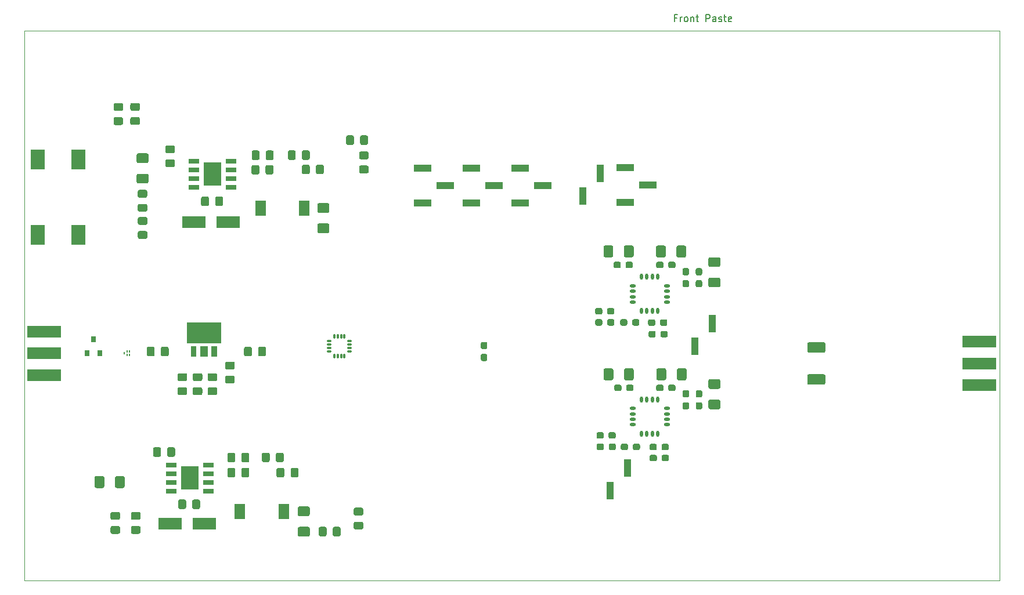
<source format=gbr>
G04 #@! TF.GenerationSoftware,KiCad,Pcbnew,(5.1.6)-1*
G04 #@! TF.CreationDate,2020-09-08T15:56:58+05:30*
G04 #@! TF.ProjectId,rj-2-4ghz-filter-amp,726a2d32-2d34-4676-987a-2d66696c7465,rev?*
G04 #@! TF.SameCoordinates,Original*
G04 #@! TF.FileFunction,Paste,Top*
G04 #@! TF.FilePolarity,Positive*
%FSLAX46Y46*%
G04 Gerber Fmt 4.6, Leading zero omitted, Abs format (unit mm)*
G04 Created by KiCad (PCBNEW (5.1.6)-1) date 2020-09-08 15:56:58*
%MOMM*%
%LPD*%
G01*
G04 APERTURE LIST*
%ADD10C,0.150000*%
G04 #@! TA.AperFunction,Profile*
%ADD11C,0.050000*%
G04 #@! TD*
%ADD12R,2.560000X3.450000*%
%ADD13R,1.525000X0.700000*%
%ADD14R,1.000000X2.510000*%
%ADD15R,2.510000X1.000000*%
%ADD16R,2.000000X3.000000*%
%ADD17R,1.500000X2.200000*%
%ADD18R,3.500000X1.800000*%
%ADD19C,0.100000*%
%ADD20O,0.500000X0.900000*%
%ADD21O,0.900000X0.500000*%
%ADD22O,0.300000X0.700000*%
%ADD23O,0.700000X0.300000*%
%ADD24R,0.800000X0.900000*%
%ADD25R,5.000000X1.778000*%
%ADD26R,0.230000X0.300000*%
G04 APERTURE END LIST*
D10*
X186301856Y-41396611D02*
X185968522Y-41396611D01*
X185968522Y-41920420D02*
X185968522Y-40920420D01*
X186444713Y-40920420D01*
X186825665Y-41920420D02*
X186825665Y-41253754D01*
X186825665Y-41444230D02*
X186873284Y-41348992D01*
X186920903Y-41301373D01*
X187016141Y-41253754D01*
X187111380Y-41253754D01*
X187587570Y-41920420D02*
X187492332Y-41872801D01*
X187444713Y-41825182D01*
X187397094Y-41729944D01*
X187397094Y-41444230D01*
X187444713Y-41348992D01*
X187492332Y-41301373D01*
X187587570Y-41253754D01*
X187730427Y-41253754D01*
X187825665Y-41301373D01*
X187873284Y-41348992D01*
X187920903Y-41444230D01*
X187920903Y-41729944D01*
X187873284Y-41825182D01*
X187825665Y-41872801D01*
X187730427Y-41920420D01*
X187587570Y-41920420D01*
X188349475Y-41253754D02*
X188349475Y-41920420D01*
X188349475Y-41348992D02*
X188397094Y-41301373D01*
X188492332Y-41253754D01*
X188635189Y-41253754D01*
X188730427Y-41301373D01*
X188778046Y-41396611D01*
X188778046Y-41920420D01*
X189111380Y-41253754D02*
X189492332Y-41253754D01*
X189254237Y-40920420D02*
X189254237Y-41777563D01*
X189301856Y-41872801D01*
X189397094Y-41920420D01*
X189492332Y-41920420D01*
X190587570Y-41920420D02*
X190587570Y-40920420D01*
X190968522Y-40920420D01*
X191063760Y-40968040D01*
X191111380Y-41015659D01*
X191158999Y-41110897D01*
X191158999Y-41253754D01*
X191111380Y-41348992D01*
X191063760Y-41396611D01*
X190968522Y-41444230D01*
X190587570Y-41444230D01*
X192016141Y-41920420D02*
X192016141Y-41396611D01*
X191968522Y-41301373D01*
X191873284Y-41253754D01*
X191682808Y-41253754D01*
X191587570Y-41301373D01*
X192016141Y-41872801D02*
X191920903Y-41920420D01*
X191682808Y-41920420D01*
X191587570Y-41872801D01*
X191539951Y-41777563D01*
X191539951Y-41682325D01*
X191587570Y-41587087D01*
X191682808Y-41539468D01*
X191920903Y-41539468D01*
X192016141Y-41491849D01*
X192444713Y-41872801D02*
X192539951Y-41920420D01*
X192730427Y-41920420D01*
X192825665Y-41872801D01*
X192873284Y-41777563D01*
X192873284Y-41729944D01*
X192825665Y-41634706D01*
X192730427Y-41587087D01*
X192587570Y-41587087D01*
X192492332Y-41539468D01*
X192444713Y-41444230D01*
X192444713Y-41396611D01*
X192492332Y-41301373D01*
X192587570Y-41253754D01*
X192730427Y-41253754D01*
X192825665Y-41301373D01*
X193158999Y-41253754D02*
X193539951Y-41253754D01*
X193301856Y-40920420D02*
X193301856Y-41777563D01*
X193349475Y-41872801D01*
X193444713Y-41920420D01*
X193539951Y-41920420D01*
X194254237Y-41872801D02*
X194158999Y-41920420D01*
X193968522Y-41920420D01*
X193873284Y-41872801D01*
X193825665Y-41777563D01*
X193825665Y-41396611D01*
X193873284Y-41301373D01*
X193968522Y-41253754D01*
X194158999Y-41253754D01*
X194254237Y-41301373D01*
X194301856Y-41396611D01*
X194301856Y-41491849D01*
X193825665Y-41587087D01*
D11*
X233400600Y-43286680D02*
X91183460Y-43286680D01*
X91183460Y-43286680D02*
X91183460Y-123548140D01*
X233400600Y-123548140D02*
X233400600Y-43286680D01*
X91183460Y-123548140D02*
X233400600Y-123548140D01*
G36*
G01*
X207742481Y-90264571D02*
X205592479Y-90264571D01*
G75*
G02*
X205342480Y-90014572I0J249999D01*
G01*
X205342480Y-88989570D01*
G75*
G02*
X205592479Y-88739571I249999J0D01*
G01*
X207742481Y-88739571D01*
G75*
G02*
X207992480Y-88989570I0J-249999D01*
G01*
X207992480Y-90014572D01*
G75*
G02*
X207742481Y-90264571I-249999J0D01*
G01*
G37*
G36*
G01*
X207742481Y-94939571D02*
X205592479Y-94939571D01*
G75*
G02*
X205342480Y-94689572I0J249999D01*
G01*
X205342480Y-93664570D01*
G75*
G02*
X205592479Y-93414571I249999J0D01*
G01*
X207742481Y-93414571D01*
G75*
G02*
X207992480Y-93664570I0J-249999D01*
G01*
X207992480Y-94689572D01*
G75*
G02*
X207742481Y-94939571I-249999J0D01*
G01*
G37*
D12*
X115305840Y-108569760D03*
D13*
X112593840Y-110474760D03*
X112593840Y-109204760D03*
X112593840Y-107934760D03*
X112593840Y-106664760D03*
X118017840Y-106664760D03*
X118017840Y-107934760D03*
X118017840Y-109204760D03*
X118017840Y-110474760D03*
D12*
X118579900Y-64185800D03*
D13*
X115867900Y-66090800D03*
X115867900Y-64820800D03*
X115867900Y-63550800D03*
X115867900Y-62280800D03*
X121291900Y-62280800D03*
X121291900Y-63550800D03*
X121291900Y-64820800D03*
X121291900Y-66090800D03*
D14*
X179151280Y-107091100D03*
X176611280Y-110401100D03*
X191457580Y-86038500D03*
X188917580Y-89348500D03*
X172603160Y-67428300D03*
X175143160Y-64118300D03*
D15*
X178784060Y-63258700D03*
X178784060Y-68338700D03*
X182094060Y-65798700D03*
X163429760Y-63309500D03*
X163429760Y-68389500D03*
X166739760Y-65849500D03*
X156381260Y-63309500D03*
X156381260Y-68389500D03*
X159691260Y-65849500D03*
X149269260Y-63309500D03*
X149269260Y-68389500D03*
X152579260Y-65849500D03*
D16*
X93062800Y-62051300D03*
X99062800Y-62051300D03*
X99062800Y-73051300D03*
X93062800Y-73051300D03*
G36*
G01*
X137283460Y-115940579D02*
X137283460Y-116840581D01*
G75*
G02*
X137033461Y-117090580I-249999J0D01*
G01*
X136383459Y-117090580D01*
G75*
G02*
X136133460Y-116840581I0J249999D01*
G01*
X136133460Y-115940579D01*
G75*
G02*
X136383459Y-115690580I249999J0D01*
G01*
X137033461Y-115690580D01*
G75*
G02*
X137283460Y-115940579I0J-249999D01*
G01*
G37*
G36*
G01*
X135233460Y-115940579D02*
X135233460Y-116840581D01*
G75*
G02*
X134983461Y-117090580I-249999J0D01*
G01*
X134333459Y-117090580D01*
G75*
G02*
X134083460Y-116840581I0J249999D01*
G01*
X134083460Y-115940579D01*
G75*
G02*
X134333459Y-115690580I249999J0D01*
G01*
X134983461Y-115690580D01*
G75*
G02*
X135233460Y-115940579I0J-249999D01*
G01*
G37*
G36*
G01*
X141275000Y-58790299D02*
X141275000Y-59690301D01*
G75*
G02*
X141025001Y-59940300I-249999J0D01*
G01*
X140374999Y-59940300D01*
G75*
G02*
X140125000Y-59690301I0J249999D01*
G01*
X140125000Y-58790299D01*
G75*
G02*
X140374999Y-58540300I249999J0D01*
G01*
X141025001Y-58540300D01*
G75*
G02*
X141275000Y-58790299I0J-249999D01*
G01*
G37*
G36*
G01*
X139225000Y-58790299D02*
X139225000Y-59690301D01*
G75*
G02*
X138975001Y-59940300I-249999J0D01*
G01*
X138324999Y-59940300D01*
G75*
G02*
X138075000Y-59690301I0J249999D01*
G01*
X138075000Y-58790299D01*
G75*
G02*
X138324999Y-58540300I249999J0D01*
G01*
X138975001Y-58540300D01*
G75*
G02*
X139225000Y-58790299I0J-249999D01*
G01*
G37*
G36*
G01*
X106856999Y-53811400D02*
X107757001Y-53811400D01*
G75*
G02*
X108007000Y-54061399I0J-249999D01*
G01*
X108007000Y-54711401D01*
G75*
G02*
X107757001Y-54961400I-249999J0D01*
G01*
X106856999Y-54961400D01*
G75*
G02*
X106607000Y-54711401I0J249999D01*
G01*
X106607000Y-54061399D01*
G75*
G02*
X106856999Y-53811400I249999J0D01*
G01*
G37*
G36*
G01*
X106856999Y-55861400D02*
X107757001Y-55861400D01*
G75*
G02*
X108007000Y-56111399I0J-249999D01*
G01*
X108007000Y-56761401D01*
G75*
G02*
X107757001Y-57011400I-249999J0D01*
G01*
X106856999Y-57011400D01*
G75*
G02*
X106607000Y-56761401I0J249999D01*
G01*
X106607000Y-56111399D01*
G75*
G02*
X106856999Y-55861400I249999J0D01*
G01*
G37*
G36*
G01*
X140333461Y-116090580D02*
X139433459Y-116090580D01*
G75*
G02*
X139183460Y-115840581I0J249999D01*
G01*
X139183460Y-115190579D01*
G75*
G02*
X139433459Y-114940580I249999J0D01*
G01*
X140333461Y-114940580D01*
G75*
G02*
X140583460Y-115190579I0J-249999D01*
G01*
X140583460Y-115840581D01*
G75*
G02*
X140333461Y-116090580I-249999J0D01*
G01*
G37*
G36*
G01*
X140333461Y-114040580D02*
X139433459Y-114040580D01*
G75*
G02*
X139183460Y-113790581I0J249999D01*
G01*
X139183460Y-113140579D01*
G75*
G02*
X139433459Y-112890580I249999J0D01*
G01*
X140333461Y-112890580D01*
G75*
G02*
X140583460Y-113140579I0J-249999D01*
G01*
X140583460Y-113790581D01*
G75*
G02*
X140333461Y-114040580I-249999J0D01*
G01*
G37*
G36*
G01*
X140224999Y-60890300D02*
X141125001Y-60890300D01*
G75*
G02*
X141375000Y-61140299I0J-249999D01*
G01*
X141375000Y-61790301D01*
G75*
G02*
X141125001Y-62040300I-249999J0D01*
G01*
X140224999Y-62040300D01*
G75*
G02*
X139975000Y-61790301I0J249999D01*
G01*
X139975000Y-61140299D01*
G75*
G02*
X140224999Y-60890300I249999J0D01*
G01*
G37*
G36*
G01*
X140224999Y-62940300D02*
X141125001Y-62940300D01*
G75*
G02*
X141375000Y-63190299I0J-249999D01*
G01*
X141375000Y-63840301D01*
G75*
G02*
X141125001Y-64090300I-249999J0D01*
G01*
X140224999Y-64090300D01*
G75*
G02*
X139975000Y-63840301I0J249999D01*
G01*
X139975000Y-63190299D01*
G75*
G02*
X140224999Y-62940300I249999J0D01*
G01*
G37*
G36*
G01*
X104406279Y-53820260D02*
X105306281Y-53820260D01*
G75*
G02*
X105556280Y-54070259I0J-249999D01*
G01*
X105556280Y-54720261D01*
G75*
G02*
X105306281Y-54970260I-249999J0D01*
G01*
X104406279Y-54970260D01*
G75*
G02*
X104156280Y-54720261I0J249999D01*
G01*
X104156280Y-54070259D01*
G75*
G02*
X104406279Y-53820260I249999J0D01*
G01*
G37*
G36*
G01*
X104406279Y-55870260D02*
X105306281Y-55870260D01*
G75*
G02*
X105556280Y-56120259I0J-249999D01*
G01*
X105556280Y-56770261D01*
G75*
G02*
X105306281Y-57020260I-249999J0D01*
G01*
X104406279Y-57020260D01*
G75*
G02*
X104156280Y-56770261I0J249999D01*
G01*
X104156280Y-56120259D01*
G75*
G02*
X104406279Y-55870260I249999J0D01*
G01*
G37*
G36*
G01*
X127931220Y-108229821D02*
X127931220Y-107329819D01*
G75*
G02*
X128181219Y-107079820I249999J0D01*
G01*
X128831221Y-107079820D01*
G75*
G02*
X129081220Y-107329819I0J-249999D01*
G01*
X129081220Y-108229821D01*
G75*
G02*
X128831221Y-108479820I-249999J0D01*
G01*
X128181219Y-108479820D01*
G75*
G02*
X127931220Y-108229821I0J249999D01*
G01*
G37*
G36*
G01*
X129981220Y-108229821D02*
X129981220Y-107329819D01*
G75*
G02*
X130231219Y-107079820I249999J0D01*
G01*
X130881221Y-107079820D01*
G75*
G02*
X131131220Y-107329819I0J-249999D01*
G01*
X131131220Y-108229821D01*
G75*
G02*
X130881221Y-108479820I-249999J0D01*
G01*
X130231219Y-108479820D01*
G75*
G02*
X129981220Y-108229821I0J249999D01*
G01*
G37*
G36*
G01*
X128991160Y-105109859D02*
X128991160Y-106009861D01*
G75*
G02*
X128741161Y-106259860I-249999J0D01*
G01*
X128091159Y-106259860D01*
G75*
G02*
X127841160Y-106009861I0J249999D01*
G01*
X127841160Y-105109859D01*
G75*
G02*
X128091159Y-104859860I249999J0D01*
G01*
X128741161Y-104859860D01*
G75*
G02*
X128991160Y-105109859I0J-249999D01*
G01*
G37*
G36*
G01*
X126941160Y-105109859D02*
X126941160Y-106009861D01*
G75*
G02*
X126691161Y-106259860I-249999J0D01*
G01*
X126041159Y-106259860D01*
G75*
G02*
X125791160Y-106009861I0J249999D01*
G01*
X125791160Y-105109859D01*
G75*
G02*
X126041159Y-104859860I249999J0D01*
G01*
X126691161Y-104859860D01*
G75*
G02*
X126941160Y-105109859I0J-249999D01*
G01*
G37*
G36*
G01*
X109933460Y-105215581D02*
X109933460Y-104315579D01*
G75*
G02*
X110183459Y-104065580I249999J0D01*
G01*
X110833461Y-104065580D01*
G75*
G02*
X111083460Y-104315579I0J-249999D01*
G01*
X111083460Y-105215581D01*
G75*
G02*
X110833461Y-105465580I-249999J0D01*
G01*
X110183459Y-105465580D01*
G75*
G02*
X109933460Y-105215581I0J249999D01*
G01*
G37*
G36*
G01*
X111983460Y-105215581D02*
X111983460Y-104315579D01*
G75*
G02*
X112233459Y-104065580I249999J0D01*
G01*
X112883461Y-104065580D01*
G75*
G02*
X113133460Y-104315579I0J-249999D01*
G01*
X113133460Y-105215581D01*
G75*
G02*
X112883461Y-105465580I-249999J0D01*
G01*
X112233459Y-105465580D01*
G75*
G02*
X111983460Y-105215581I0J249999D01*
G01*
G37*
G36*
G01*
X123961960Y-105132719D02*
X123961960Y-106032721D01*
G75*
G02*
X123711961Y-106282720I-249999J0D01*
G01*
X123061959Y-106282720D01*
G75*
G02*
X122811960Y-106032721I0J249999D01*
G01*
X122811960Y-105132719D01*
G75*
G02*
X123061959Y-104882720I249999J0D01*
G01*
X123711961Y-104882720D01*
G75*
G02*
X123961960Y-105132719I0J-249999D01*
G01*
G37*
G36*
G01*
X121911960Y-105132719D02*
X121911960Y-106032721D01*
G75*
G02*
X121661961Y-106282720I-249999J0D01*
G01*
X121011959Y-106282720D01*
G75*
G02*
X120761960Y-106032721I0J249999D01*
G01*
X120761960Y-105132719D01*
G75*
G02*
X121011959Y-104882720I249999J0D01*
G01*
X121661961Y-104882720D01*
G75*
G02*
X121911960Y-105132719I0J-249999D01*
G01*
G37*
G36*
G01*
X104866861Y-116714180D02*
X103966859Y-116714180D01*
G75*
G02*
X103716860Y-116464181I0J249999D01*
G01*
X103716860Y-115814179D01*
G75*
G02*
X103966859Y-115564180I249999J0D01*
G01*
X104866861Y-115564180D01*
G75*
G02*
X105116860Y-115814179I0J-249999D01*
G01*
X105116860Y-116464181D01*
G75*
G02*
X104866861Y-116714180I-249999J0D01*
G01*
G37*
G36*
G01*
X104866861Y-114664180D02*
X103966859Y-114664180D01*
G75*
G02*
X103716860Y-114414181I0J249999D01*
G01*
X103716860Y-113764179D01*
G75*
G02*
X103966859Y-113514180I249999J0D01*
G01*
X104866861Y-113514180D01*
G75*
G02*
X105116860Y-113764179I0J-249999D01*
G01*
X105116860Y-114414181D01*
G75*
G02*
X104866861Y-114664180I-249999J0D01*
G01*
G37*
G36*
G01*
X106953899Y-113517880D02*
X107853901Y-113517880D01*
G75*
G02*
X108103900Y-113767879I0J-249999D01*
G01*
X108103900Y-114417881D01*
G75*
G02*
X107853901Y-114667880I-249999J0D01*
G01*
X106953899Y-114667880D01*
G75*
G02*
X106703900Y-114417881I0J249999D01*
G01*
X106703900Y-113767879D01*
G75*
G02*
X106953899Y-113517880I249999J0D01*
G01*
G37*
G36*
G01*
X106953899Y-115567880D02*
X107853901Y-115567880D01*
G75*
G02*
X108103900Y-115817879I0J-249999D01*
G01*
X108103900Y-116467881D01*
G75*
G02*
X107853901Y-116717880I-249999J0D01*
G01*
X106953899Y-116717880D01*
G75*
G02*
X106703900Y-116467881I0J249999D01*
G01*
X106703900Y-115817879D01*
G75*
G02*
X106953899Y-115567880I249999J0D01*
G01*
G37*
G36*
G01*
X131633160Y-63962701D02*
X131633160Y-63062699D01*
G75*
G02*
X131883159Y-62812700I249999J0D01*
G01*
X132533161Y-62812700D01*
G75*
G02*
X132783160Y-63062699I0J-249999D01*
G01*
X132783160Y-63962701D01*
G75*
G02*
X132533161Y-64212700I-249999J0D01*
G01*
X131883159Y-64212700D01*
G75*
G02*
X131633160Y-63962701I0J249999D01*
G01*
G37*
G36*
G01*
X133683160Y-63962701D02*
X133683160Y-63062699D01*
G75*
G02*
X133933159Y-62812700I249999J0D01*
G01*
X134583161Y-62812700D01*
G75*
G02*
X134833160Y-63062699I0J-249999D01*
G01*
X134833160Y-63962701D01*
G75*
G02*
X134583161Y-64212700I-249999J0D01*
G01*
X133933159Y-64212700D01*
G75*
G02*
X133683160Y-63962701I0J249999D01*
G01*
G37*
G36*
G01*
X132785920Y-60974819D02*
X132785920Y-61874821D01*
G75*
G02*
X132535921Y-62124820I-249999J0D01*
G01*
X131885919Y-62124820D01*
G75*
G02*
X131635920Y-61874821I0J249999D01*
G01*
X131635920Y-60974819D01*
G75*
G02*
X131885919Y-60724820I249999J0D01*
G01*
X132535921Y-60724820D01*
G75*
G02*
X132785920Y-60974819I0J-249999D01*
G01*
G37*
G36*
G01*
X130735920Y-60974819D02*
X130735920Y-61874821D01*
G75*
G02*
X130485921Y-62124820I-249999J0D01*
G01*
X129835919Y-62124820D01*
G75*
G02*
X129585920Y-61874821I0J249999D01*
G01*
X129585920Y-60974819D01*
G75*
G02*
X129835919Y-60724820I249999J0D01*
G01*
X130485921Y-60724820D01*
G75*
G02*
X130735920Y-60974819I0J-249999D01*
G01*
G37*
G36*
G01*
X112857701Y-63195000D02*
X111957699Y-63195000D01*
G75*
G02*
X111707700Y-62945001I0J249999D01*
G01*
X111707700Y-62294999D01*
G75*
G02*
X111957699Y-62045000I249999J0D01*
G01*
X112857701Y-62045000D01*
G75*
G02*
X113107700Y-62294999I0J-249999D01*
G01*
X113107700Y-62945001D01*
G75*
G02*
X112857701Y-63195000I-249999J0D01*
G01*
G37*
G36*
G01*
X112857701Y-61145000D02*
X111957699Y-61145000D01*
G75*
G02*
X111707700Y-60895001I0J249999D01*
G01*
X111707700Y-60244999D01*
G75*
G02*
X111957699Y-59995000I249999J0D01*
G01*
X112857701Y-59995000D01*
G75*
G02*
X113107700Y-60244999I0J-249999D01*
G01*
X113107700Y-60895001D01*
G75*
G02*
X112857701Y-61145000I-249999J0D01*
G01*
G37*
G36*
G01*
X127507800Y-60992599D02*
X127507800Y-61892601D01*
G75*
G02*
X127257801Y-62142600I-249999J0D01*
G01*
X126607799Y-62142600D01*
G75*
G02*
X126357800Y-61892601I0J249999D01*
G01*
X126357800Y-60992599D01*
G75*
G02*
X126607799Y-60742600I249999J0D01*
G01*
X127257801Y-60742600D01*
G75*
G02*
X127507800Y-60992599I0J-249999D01*
G01*
G37*
G36*
G01*
X125457800Y-60992599D02*
X125457800Y-61892601D01*
G75*
G02*
X125207801Y-62142600I-249999J0D01*
G01*
X124557799Y-62142600D01*
G75*
G02*
X124307800Y-61892601I0J249999D01*
G01*
X124307800Y-60992599D01*
G75*
G02*
X124557799Y-60742600I249999J0D01*
G01*
X125207801Y-60742600D01*
G75*
G02*
X125457800Y-60992599I0J-249999D01*
G01*
G37*
G36*
G01*
X107947039Y-70457260D02*
X108847041Y-70457260D01*
G75*
G02*
X109097040Y-70707259I0J-249999D01*
G01*
X109097040Y-71357261D01*
G75*
G02*
X108847041Y-71607260I-249999J0D01*
G01*
X107947039Y-71607260D01*
G75*
G02*
X107697040Y-71357261I0J249999D01*
G01*
X107697040Y-70707259D01*
G75*
G02*
X107947039Y-70457260I249999J0D01*
G01*
G37*
G36*
G01*
X107947039Y-72507260D02*
X108847041Y-72507260D01*
G75*
G02*
X109097040Y-72757259I0J-249999D01*
G01*
X109097040Y-73407261D01*
G75*
G02*
X108847041Y-73657260I-249999J0D01*
G01*
X107947039Y-73657260D01*
G75*
G02*
X107697040Y-73407261I0J249999D01*
G01*
X107697040Y-72757259D01*
G75*
G02*
X107947039Y-72507260I249999J0D01*
G01*
G37*
G36*
G01*
X107931799Y-66489780D02*
X108831801Y-66489780D01*
G75*
G02*
X109081800Y-66739779I0J-249999D01*
G01*
X109081800Y-67389781D01*
G75*
G02*
X108831801Y-67639780I-249999J0D01*
G01*
X107931799Y-67639780D01*
G75*
G02*
X107681800Y-67389781I0J249999D01*
G01*
X107681800Y-66739779D01*
G75*
G02*
X107931799Y-66489780I249999J0D01*
G01*
G37*
G36*
G01*
X107931799Y-68539780D02*
X108831801Y-68539780D01*
G75*
G02*
X109081800Y-68789779I0J-249999D01*
G01*
X109081800Y-69439781D01*
G75*
G02*
X108831801Y-69689780I-249999J0D01*
G01*
X107931799Y-69689780D01*
G75*
G02*
X107681800Y-69439781I0J249999D01*
G01*
X107681800Y-68789779D01*
G75*
G02*
X107931799Y-68539780I249999J0D01*
G01*
G37*
D17*
X122596040Y-113456720D03*
X128996040Y-113456720D03*
X125594220Y-69144680D03*
X131994220Y-69144680D03*
D18*
X117379120Y-115204240D03*
X112379120Y-115204240D03*
X120850000Y-71215300D03*
X115850000Y-71215300D03*
G36*
G01*
X131277200Y-112714680D02*
X132527200Y-112714680D01*
G75*
G02*
X132777200Y-112964680I0J-250000D01*
G01*
X132777200Y-113889680D01*
G75*
G02*
X132527200Y-114139680I-250000J0D01*
G01*
X131277200Y-114139680D01*
G75*
G02*
X131027200Y-113889680I0J250000D01*
G01*
X131027200Y-112964680D01*
G75*
G02*
X131277200Y-112714680I250000J0D01*
G01*
G37*
G36*
G01*
X131277200Y-115689680D02*
X132527200Y-115689680D01*
G75*
G02*
X132777200Y-115939680I0J-250000D01*
G01*
X132777200Y-116864680D01*
G75*
G02*
X132527200Y-117114680I-250000J0D01*
G01*
X131277200Y-117114680D01*
G75*
G02*
X131027200Y-116864680I0J250000D01*
G01*
X131027200Y-115939680D01*
G75*
G02*
X131277200Y-115689680I250000J0D01*
G01*
G37*
G36*
G01*
X116789000Y-111950079D02*
X116789000Y-112850081D01*
G75*
G02*
X116539001Y-113100080I-249999J0D01*
G01*
X115888999Y-113100080D01*
G75*
G02*
X115639000Y-112850081I0J249999D01*
G01*
X115639000Y-111950079D01*
G75*
G02*
X115888999Y-111700080I249999J0D01*
G01*
X116539001Y-111700080D01*
G75*
G02*
X116789000Y-111950079I0J-249999D01*
G01*
G37*
G36*
G01*
X114739000Y-111950079D02*
X114739000Y-112850081D01*
G75*
G02*
X114489001Y-113100080I-249999J0D01*
G01*
X113838999Y-113100080D01*
G75*
G02*
X113589000Y-112850081I0J249999D01*
G01*
X113589000Y-111950079D01*
G75*
G02*
X113838999Y-111700080I249999J0D01*
G01*
X114489001Y-111700080D01*
G75*
G02*
X114739000Y-111950079I0J-249999D01*
G01*
G37*
G36*
G01*
X120764500Y-108219661D02*
X120764500Y-107319659D01*
G75*
G02*
X121014499Y-107069660I249999J0D01*
G01*
X121664501Y-107069660D01*
G75*
G02*
X121914500Y-107319659I0J-249999D01*
G01*
X121914500Y-108219661D01*
G75*
G02*
X121664501Y-108469660I-249999J0D01*
G01*
X121014499Y-108469660D01*
G75*
G02*
X120764500Y-108219661I0J249999D01*
G01*
G37*
G36*
G01*
X122814500Y-108219661D02*
X122814500Y-107319659D01*
G75*
G02*
X123064499Y-107069660I249999J0D01*
G01*
X123714501Y-107069660D01*
G75*
G02*
X123964500Y-107319659I0J-249999D01*
G01*
X123964500Y-108219661D01*
G75*
G02*
X123714501Y-108469660I-249999J0D01*
G01*
X123064499Y-108469660D01*
G75*
G02*
X122814500Y-108219661I0J249999D01*
G01*
G37*
G36*
G01*
X105788820Y-108528960D02*
X105788820Y-109778960D01*
G75*
G02*
X105538820Y-110028960I-250000J0D01*
G01*
X104613820Y-110028960D01*
G75*
G02*
X104363820Y-109778960I0J250000D01*
G01*
X104363820Y-108528960D01*
G75*
G02*
X104613820Y-108278960I250000J0D01*
G01*
X105538820Y-108278960D01*
G75*
G02*
X105788820Y-108528960I0J-250000D01*
G01*
G37*
G36*
G01*
X102813820Y-108528960D02*
X102813820Y-109778960D01*
G75*
G02*
X102563820Y-110028960I-250000J0D01*
G01*
X101638820Y-110028960D01*
G75*
G02*
X101388820Y-109778960I0J250000D01*
G01*
X101388820Y-108528960D01*
G75*
G02*
X101638820Y-108278960I250000J0D01*
G01*
X102563820Y-108278960D01*
G75*
G02*
X102813820Y-108528960I0J-250000D01*
G01*
G37*
G36*
G01*
X134138220Y-68430580D02*
X135388220Y-68430580D01*
G75*
G02*
X135638220Y-68680580I0J-250000D01*
G01*
X135638220Y-69605580D01*
G75*
G02*
X135388220Y-69855580I-250000J0D01*
G01*
X134138220Y-69855580D01*
G75*
G02*
X133888220Y-69605580I0J250000D01*
G01*
X133888220Y-68680580D01*
G75*
G02*
X134138220Y-68430580I250000J0D01*
G01*
G37*
G36*
G01*
X134138220Y-71405580D02*
X135388220Y-71405580D01*
G75*
G02*
X135638220Y-71655580I0J-250000D01*
G01*
X135638220Y-72580580D01*
G75*
G02*
X135388220Y-72830580I-250000J0D01*
G01*
X134138220Y-72830580D01*
G75*
G02*
X133888220Y-72580580I0J250000D01*
G01*
X133888220Y-71655580D01*
G75*
G02*
X134138220Y-71405580I250000J0D01*
G01*
G37*
G36*
G01*
X120132800Y-67710899D02*
X120132800Y-68610901D01*
G75*
G02*
X119882801Y-68860900I-249999J0D01*
G01*
X119232799Y-68860900D01*
G75*
G02*
X118982800Y-68610901I0J249999D01*
G01*
X118982800Y-67710899D01*
G75*
G02*
X119232799Y-67460900I249999J0D01*
G01*
X119882801Y-67460900D01*
G75*
G02*
X120132800Y-67710899I0J-249999D01*
G01*
G37*
G36*
G01*
X118082800Y-67710899D02*
X118082800Y-68610901D01*
G75*
G02*
X117832801Y-68860900I-249999J0D01*
G01*
X117182799Y-68860900D01*
G75*
G02*
X116932800Y-68610901I0J249999D01*
G01*
X116932800Y-67710899D01*
G75*
G02*
X117182799Y-67460900I249999J0D01*
G01*
X117832801Y-67460900D01*
G75*
G02*
X118082800Y-67710899I0J-249999D01*
G01*
G37*
G36*
G01*
X124277320Y-64016041D02*
X124277320Y-63116039D01*
G75*
G02*
X124527319Y-62866040I249999J0D01*
G01*
X125177321Y-62866040D01*
G75*
G02*
X125427320Y-63116039I0J-249999D01*
G01*
X125427320Y-64016041D01*
G75*
G02*
X125177321Y-64266040I-249999J0D01*
G01*
X124527319Y-64266040D01*
G75*
G02*
X124277320Y-64016041I0J249999D01*
G01*
G37*
G36*
G01*
X126327320Y-64016041D02*
X126327320Y-63116039D01*
G75*
G02*
X126577319Y-62866040I249999J0D01*
G01*
X127227321Y-62866040D01*
G75*
G02*
X127477320Y-63116039I0J-249999D01*
G01*
X127477320Y-64016041D01*
G75*
G02*
X127227321Y-64266040I-249999J0D01*
G01*
X126577319Y-64266040D01*
G75*
G02*
X126327320Y-64016041I0J249999D01*
G01*
G37*
G36*
G01*
X109019500Y-65560300D02*
X107769500Y-65560300D01*
G75*
G02*
X107519500Y-65310300I0J250000D01*
G01*
X107519500Y-64385300D01*
G75*
G02*
X107769500Y-64135300I250000J0D01*
G01*
X109019500Y-64135300D01*
G75*
G02*
X109269500Y-64385300I0J-250000D01*
G01*
X109269500Y-65310300D01*
G75*
G02*
X109019500Y-65560300I-250000J0D01*
G01*
G37*
G36*
G01*
X109019500Y-62585300D02*
X107769500Y-62585300D01*
G75*
G02*
X107519500Y-62335300I0J250000D01*
G01*
X107519500Y-61410300D01*
G75*
G02*
X107769500Y-61160300I250000J0D01*
G01*
X109019500Y-61160300D01*
G75*
G02*
X109269500Y-61410300I0J-250000D01*
G01*
X109269500Y-62335300D01*
G75*
G02*
X109019500Y-62585300I-250000J0D01*
G01*
G37*
D19*
G36*
X116225140Y-90839420D02*
G01*
X115425140Y-90839420D01*
X115425140Y-89339420D01*
X116225140Y-89339420D01*
X116225140Y-90839420D01*
G37*
G36*
X119225140Y-90839420D02*
G01*
X118425140Y-90839420D01*
X118425140Y-89339420D01*
X119225140Y-89339420D01*
X119225140Y-90839420D01*
G37*
G36*
X117875140Y-90839420D02*
G01*
X116775140Y-90839420D01*
X116775140Y-89339420D01*
X117875140Y-89339420D01*
X117875140Y-90839420D01*
G37*
G36*
X119825140Y-88870920D02*
G01*
X114825140Y-88870920D01*
X114825140Y-85870920D01*
X119825140Y-85870920D01*
X119825140Y-88870920D01*
G37*
G36*
G01*
X158437500Y-91488720D02*
X157962500Y-91488720D01*
G75*
G02*
X157725000Y-91251220I0J237500D01*
G01*
X157725000Y-90676220D01*
G75*
G02*
X157962500Y-90438720I237500J0D01*
G01*
X158437500Y-90438720D01*
G75*
G02*
X158675000Y-90676220I0J-237500D01*
G01*
X158675000Y-91251220D01*
G75*
G02*
X158437500Y-91488720I-237500J0D01*
G01*
G37*
G36*
G01*
X158437500Y-89738720D02*
X157962500Y-89738720D01*
G75*
G02*
X157725000Y-89501220I0J237500D01*
G01*
X157725000Y-88926220D01*
G75*
G02*
X157962500Y-88688720I237500J0D01*
G01*
X158437500Y-88688720D01*
G75*
G02*
X158675000Y-88926220I0J-237500D01*
G01*
X158675000Y-89501220D01*
G75*
G02*
X158437500Y-89738720I-237500J0D01*
G01*
G37*
D20*
X181158680Y-79188940D03*
X181958680Y-79188940D03*
X182758680Y-79188940D03*
X183558680Y-79188940D03*
D21*
X184858680Y-80488940D03*
X184858680Y-81288940D03*
X184858680Y-82088940D03*
X184858680Y-82888940D03*
D20*
X183558680Y-84188940D03*
X182758680Y-84188940D03*
X181958680Y-84188940D03*
X181158680Y-84188940D03*
D21*
X179858680Y-82888940D03*
X179858680Y-82088940D03*
X179858680Y-81288940D03*
X179858680Y-80488940D03*
D20*
X181158680Y-97090201D03*
X181958680Y-97090201D03*
X182758680Y-97090201D03*
X183558680Y-97090201D03*
D21*
X184858680Y-98390201D03*
X184858680Y-99190201D03*
X184858680Y-99990201D03*
X184858680Y-100790201D03*
D20*
X183558680Y-102090201D03*
X182758680Y-102090201D03*
X181958680Y-102090201D03*
X181158680Y-102090201D03*
D21*
X179858680Y-100790201D03*
X179858680Y-99990201D03*
X179858680Y-99190201D03*
X179858680Y-98390201D03*
G36*
G01*
X176377080Y-104250500D02*
X176377080Y-103775500D01*
G75*
G02*
X176614580Y-103538000I237500J0D01*
G01*
X177189580Y-103538000D01*
G75*
G02*
X177427080Y-103775500I0J-237500D01*
G01*
X177427080Y-104250500D01*
G75*
G02*
X177189580Y-104488000I-237500J0D01*
G01*
X176614580Y-104488000D01*
G75*
G02*
X176377080Y-104250500I0J237500D01*
G01*
G37*
G36*
G01*
X174627080Y-104250500D02*
X174627080Y-103775500D01*
G75*
G02*
X174864580Y-103538000I237500J0D01*
G01*
X175439580Y-103538000D01*
G75*
G02*
X175677080Y-103775500I0J-237500D01*
G01*
X175677080Y-104250500D01*
G75*
G02*
X175439580Y-104488000I-237500J0D01*
G01*
X174864580Y-104488000D01*
G75*
G02*
X174627080Y-104250500I0J237500D01*
G01*
G37*
G36*
G01*
X175646600Y-102109260D02*
X175646600Y-102584260D01*
G75*
G02*
X175409100Y-102821760I-237500J0D01*
G01*
X174834100Y-102821760D01*
G75*
G02*
X174596600Y-102584260I0J237500D01*
G01*
X174596600Y-102109260D01*
G75*
G02*
X174834100Y-101871760I237500J0D01*
G01*
X175409100Y-101871760D01*
G75*
G02*
X175646600Y-102109260I0J-237500D01*
G01*
G37*
G36*
G01*
X177396600Y-102109260D02*
X177396600Y-102584260D01*
G75*
G02*
X177159100Y-102821760I-237500J0D01*
G01*
X176584100Y-102821760D01*
G75*
G02*
X176346600Y-102584260I0J237500D01*
G01*
X176346600Y-102109260D01*
G75*
G02*
X176584100Y-101871760I237500J0D01*
G01*
X177159100Y-101871760D01*
G75*
G02*
X177396600Y-102109260I0J-237500D01*
G01*
G37*
G36*
G01*
X184083440Y-104275900D02*
X184083440Y-103800900D01*
G75*
G02*
X184320940Y-103563400I237500J0D01*
G01*
X184895940Y-103563400D01*
G75*
G02*
X185133440Y-103800900I0J-237500D01*
G01*
X185133440Y-104275900D01*
G75*
G02*
X184895940Y-104513400I-237500J0D01*
G01*
X184320940Y-104513400D01*
G75*
G02*
X184083440Y-104275900I0J237500D01*
G01*
G37*
G36*
G01*
X182333440Y-104275900D02*
X182333440Y-103800900D01*
G75*
G02*
X182570940Y-103563400I237500J0D01*
G01*
X183145940Y-103563400D01*
G75*
G02*
X183383440Y-103800900I0J-237500D01*
G01*
X183383440Y-104275900D01*
G75*
G02*
X183145940Y-104513400I-237500J0D01*
G01*
X182570940Y-104513400D01*
G75*
G02*
X182333440Y-104275900I0J237500D01*
G01*
G37*
G36*
G01*
X177057160Y-92800000D02*
X177057160Y-94050000D01*
G75*
G02*
X176807160Y-94300000I-250000J0D01*
G01*
X175882160Y-94300000D01*
G75*
G02*
X175632160Y-94050000I0J250000D01*
G01*
X175632160Y-92800000D01*
G75*
G02*
X175882160Y-92550000I250000J0D01*
G01*
X176807160Y-92550000D01*
G75*
G02*
X177057160Y-92800000I0J-250000D01*
G01*
G37*
G36*
G01*
X180032160Y-92800000D02*
X180032160Y-94050000D01*
G75*
G02*
X179782160Y-94300000I-250000J0D01*
G01*
X178857160Y-94300000D01*
G75*
G02*
X178607160Y-94050000I0J250000D01*
G01*
X178607160Y-92800000D01*
G75*
G02*
X178857160Y-92550000I250000J0D01*
G01*
X179782160Y-92550000D01*
G75*
G02*
X180032160Y-92800000I0J-250000D01*
G01*
G37*
G36*
G01*
X178241680Y-95162500D02*
X178241680Y-95637500D01*
G75*
G02*
X178004180Y-95875000I-237500J0D01*
G01*
X177429180Y-95875000D01*
G75*
G02*
X177191680Y-95637500I0J237500D01*
G01*
X177191680Y-95162500D01*
G75*
G02*
X177429180Y-94925000I237500J0D01*
G01*
X178004180Y-94925000D01*
G75*
G02*
X178241680Y-95162500I0J-237500D01*
G01*
G37*
G36*
G01*
X179991680Y-95162500D02*
X179991680Y-95637500D01*
G75*
G02*
X179754180Y-95875000I-237500J0D01*
G01*
X179179180Y-95875000D01*
G75*
G02*
X178941680Y-95637500I0J237500D01*
G01*
X178941680Y-95162500D01*
G75*
G02*
X179179180Y-94925000I237500J0D01*
G01*
X179754180Y-94925000D01*
G75*
G02*
X179991680Y-95162500I0J-237500D01*
G01*
G37*
G36*
G01*
X186316680Y-94050000D02*
X186316680Y-92800000D01*
G75*
G02*
X186566680Y-92550000I250000J0D01*
G01*
X187491680Y-92550000D01*
G75*
G02*
X187741680Y-92800000I0J-250000D01*
G01*
X187741680Y-94050000D01*
G75*
G02*
X187491680Y-94300000I-250000J0D01*
G01*
X186566680Y-94300000D01*
G75*
G02*
X186316680Y-94050000I0J250000D01*
G01*
G37*
G36*
G01*
X183341680Y-94050000D02*
X183341680Y-92800000D01*
G75*
G02*
X183591680Y-92550000I250000J0D01*
G01*
X184516680Y-92550000D01*
G75*
G02*
X184766680Y-92800000I0J-250000D01*
G01*
X184766680Y-94050000D01*
G75*
G02*
X184516680Y-94300000I-250000J0D01*
G01*
X183591680Y-94300000D01*
G75*
G02*
X183341680Y-94050000I0J250000D01*
G01*
G37*
G36*
G01*
X185066680Y-95637500D02*
X185066680Y-95162500D01*
G75*
G02*
X185304180Y-94925000I237500J0D01*
G01*
X185879180Y-94925000D01*
G75*
G02*
X186116680Y-95162500I0J-237500D01*
G01*
X186116680Y-95637500D01*
G75*
G02*
X185879180Y-95875000I-237500J0D01*
G01*
X185304180Y-95875000D01*
G75*
G02*
X185066680Y-95637500I0J237500D01*
G01*
G37*
G36*
G01*
X183316680Y-95637500D02*
X183316680Y-95162500D01*
G75*
G02*
X183554180Y-94925000I237500J0D01*
G01*
X184129180Y-94925000D01*
G75*
G02*
X184366680Y-95162500I0J-237500D01*
G01*
X184366680Y-95637500D01*
G75*
G02*
X184129180Y-95875000I-237500J0D01*
G01*
X183554180Y-95875000D01*
G75*
G02*
X183316680Y-95637500I0J237500D01*
G01*
G37*
G36*
G01*
X192416680Y-95550000D02*
X191166680Y-95550000D01*
G75*
G02*
X190916680Y-95300000I0J250000D01*
G01*
X190916680Y-94375000D01*
G75*
G02*
X191166680Y-94125000I250000J0D01*
G01*
X192416680Y-94125000D01*
G75*
G02*
X192666680Y-94375000I0J-250000D01*
G01*
X192666680Y-95300000D01*
G75*
G02*
X192416680Y-95550000I-250000J0D01*
G01*
G37*
G36*
G01*
X192416680Y-98525000D02*
X191166680Y-98525000D01*
G75*
G02*
X190916680Y-98275000I0J250000D01*
G01*
X190916680Y-97350000D01*
G75*
G02*
X191166680Y-97100000I250000J0D01*
G01*
X192416680Y-97100000D01*
G75*
G02*
X192666680Y-97350000I0J-250000D01*
G01*
X192666680Y-98275000D01*
G75*
G02*
X192416680Y-98525000I-250000J0D01*
G01*
G37*
G36*
G01*
X189787140Y-96805520D02*
X189312140Y-96805520D01*
G75*
G02*
X189074640Y-96568020I0J237500D01*
G01*
X189074640Y-95993020D01*
G75*
G02*
X189312140Y-95755520I237500J0D01*
G01*
X189787140Y-95755520D01*
G75*
G02*
X190024640Y-95993020I0J-237500D01*
G01*
X190024640Y-96568020D01*
G75*
G02*
X189787140Y-96805520I-237500J0D01*
G01*
G37*
G36*
G01*
X189787140Y-98555520D02*
X189312140Y-98555520D01*
G75*
G02*
X189074640Y-98318020I0J237500D01*
G01*
X189074640Y-97743020D01*
G75*
G02*
X189312140Y-97505520I237500J0D01*
G01*
X189787140Y-97505520D01*
G75*
G02*
X190024640Y-97743020I0J-237500D01*
G01*
X190024640Y-98318020D01*
G75*
G02*
X189787140Y-98555520I-237500J0D01*
G01*
G37*
G36*
G01*
X187866900Y-96799200D02*
X187391900Y-96799200D01*
G75*
G02*
X187154400Y-96561700I0J237500D01*
G01*
X187154400Y-95986700D01*
G75*
G02*
X187391900Y-95749200I237500J0D01*
G01*
X187866900Y-95749200D01*
G75*
G02*
X188104400Y-95986700I0J-237500D01*
G01*
X188104400Y-96561700D01*
G75*
G02*
X187866900Y-96799200I-237500J0D01*
G01*
G37*
G36*
G01*
X187866900Y-98549200D02*
X187391900Y-98549200D01*
G75*
G02*
X187154400Y-98311700I0J237500D01*
G01*
X187154400Y-97736700D01*
G75*
G02*
X187391900Y-97499200I237500J0D01*
G01*
X187866900Y-97499200D01*
G75*
G02*
X188104400Y-97736700I0J-237500D01*
G01*
X188104400Y-98311700D01*
G75*
G02*
X187866900Y-98549200I-237500J0D01*
G01*
G37*
G36*
G01*
X179197520Y-103780580D02*
X179197520Y-104255580D01*
G75*
G02*
X178960020Y-104493080I-237500J0D01*
G01*
X178385020Y-104493080D01*
G75*
G02*
X178147520Y-104255580I0J237500D01*
G01*
X178147520Y-103780580D01*
G75*
G02*
X178385020Y-103543080I237500J0D01*
G01*
X178960020Y-103543080D01*
G75*
G02*
X179197520Y-103780580I0J-237500D01*
G01*
G37*
G36*
G01*
X180947520Y-103780580D02*
X180947520Y-104255580D01*
G75*
G02*
X180710020Y-104493080I-237500J0D01*
G01*
X180135020Y-104493080D01*
G75*
G02*
X179897520Y-104255580I0J237500D01*
G01*
X179897520Y-103780580D01*
G75*
G02*
X180135020Y-103543080I237500J0D01*
G01*
X180710020Y-103543080D01*
G75*
G02*
X180947520Y-103780580I0J-237500D01*
G01*
G37*
G36*
G01*
X184103760Y-105881180D02*
X184103760Y-105406180D01*
G75*
G02*
X184341260Y-105168680I237500J0D01*
G01*
X184916260Y-105168680D01*
G75*
G02*
X185153760Y-105406180I0J-237500D01*
G01*
X185153760Y-105881180D01*
G75*
G02*
X184916260Y-106118680I-237500J0D01*
G01*
X184341260Y-106118680D01*
G75*
G02*
X184103760Y-105881180I0J237500D01*
G01*
G37*
G36*
G01*
X182353760Y-105881180D02*
X182353760Y-105406180D01*
G75*
G02*
X182591260Y-105168680I237500J0D01*
G01*
X183166260Y-105168680D01*
G75*
G02*
X183403760Y-105406180I0J-237500D01*
G01*
X183403760Y-105881180D01*
G75*
G02*
X183166260Y-106118680I-237500J0D01*
G01*
X182591260Y-106118680D01*
G75*
G02*
X182353760Y-105881180I0J237500D01*
G01*
G37*
D22*
X136344820Y-87897900D03*
X136844820Y-87897900D03*
X137344820Y-87897900D03*
X137844820Y-87897900D03*
D23*
X138544820Y-88597900D03*
X138544820Y-89097900D03*
X138544820Y-89597900D03*
X138544820Y-90097900D03*
D22*
X137844820Y-90797900D03*
X137344820Y-90797900D03*
X136844820Y-90797900D03*
X136344820Y-90797900D03*
D23*
X135644820Y-90097900D03*
X135644820Y-89597900D03*
X135644820Y-89097900D03*
X135644820Y-88597900D03*
D24*
X101211380Y-88344500D03*
X102161380Y-90344500D03*
X100261380Y-90344500D03*
D25*
X230474520Y-91839571D03*
X230474520Y-95014571D03*
X230474520Y-88664571D03*
X94073980Y-90363040D03*
X94073980Y-93538040D03*
X94073980Y-87188040D03*
D26*
X106487340Y-90595260D03*
X106487340Y-90095260D03*
X106102340Y-90595260D03*
X106102340Y-90095260D03*
X105717340Y-90345260D03*
G36*
G01*
X176158640Y-86079340D02*
X176158640Y-85604340D01*
G75*
G02*
X176396140Y-85366840I237500J0D01*
G01*
X176971140Y-85366840D01*
G75*
G02*
X177208640Y-85604340I0J-237500D01*
G01*
X177208640Y-86079340D01*
G75*
G02*
X176971140Y-86316840I-237500J0D01*
G01*
X176396140Y-86316840D01*
G75*
G02*
X176158640Y-86079340I0J237500D01*
G01*
G37*
G36*
G01*
X174408640Y-86079340D02*
X174408640Y-85604340D01*
G75*
G02*
X174646140Y-85366840I237500J0D01*
G01*
X175221140Y-85366840D01*
G75*
G02*
X175458640Y-85604340I0J-237500D01*
G01*
X175458640Y-86079340D01*
G75*
G02*
X175221140Y-86316840I-237500J0D01*
G01*
X174646140Y-86316840D01*
G75*
G02*
X174408640Y-86079340I0J237500D01*
G01*
G37*
G36*
G01*
X175454800Y-83978740D02*
X175454800Y-84453740D01*
G75*
G02*
X175217300Y-84691240I-237500J0D01*
G01*
X174642300Y-84691240D01*
G75*
G02*
X174404800Y-84453740I0J237500D01*
G01*
X174404800Y-83978740D01*
G75*
G02*
X174642300Y-83741240I237500J0D01*
G01*
X175217300Y-83741240D01*
G75*
G02*
X175454800Y-83978740I0J-237500D01*
G01*
G37*
G36*
G01*
X177204800Y-83978740D02*
X177204800Y-84453740D01*
G75*
G02*
X176967300Y-84691240I-237500J0D01*
G01*
X176392300Y-84691240D01*
G75*
G02*
X176154800Y-84453740I0J237500D01*
G01*
X176154800Y-83978740D01*
G75*
G02*
X176392300Y-83741240I237500J0D01*
G01*
X176967300Y-83741240D01*
G75*
G02*
X177204800Y-83978740I0J-237500D01*
G01*
G37*
G36*
G01*
X183872620Y-86107280D02*
X183872620Y-85632280D01*
G75*
G02*
X184110120Y-85394780I237500J0D01*
G01*
X184685120Y-85394780D01*
G75*
G02*
X184922620Y-85632280I0J-237500D01*
G01*
X184922620Y-86107280D01*
G75*
G02*
X184685120Y-86344780I-237500J0D01*
G01*
X184110120Y-86344780D01*
G75*
G02*
X183872620Y-86107280I0J237500D01*
G01*
G37*
G36*
G01*
X182122620Y-86107280D02*
X182122620Y-85632280D01*
G75*
G02*
X182360120Y-85394780I237500J0D01*
G01*
X182935120Y-85394780D01*
G75*
G02*
X183172620Y-85632280I0J-237500D01*
G01*
X183172620Y-86107280D01*
G75*
G02*
X182935120Y-86344780I-237500J0D01*
G01*
X182360120Y-86344780D01*
G75*
G02*
X182122620Y-86107280I0J237500D01*
G01*
G37*
G36*
G01*
X121587681Y-92718360D02*
X120687679Y-92718360D01*
G75*
G02*
X120437680Y-92468361I0J249999D01*
G01*
X120437680Y-91818359D01*
G75*
G02*
X120687679Y-91568360I249999J0D01*
G01*
X121587681Y-91568360D01*
G75*
G02*
X121837680Y-91818359I0J-249999D01*
G01*
X121837680Y-92468361D01*
G75*
G02*
X121587681Y-92718360I-249999J0D01*
G01*
G37*
G36*
G01*
X121587681Y-94768360D02*
X120687679Y-94768360D01*
G75*
G02*
X120437680Y-94518361I0J249999D01*
G01*
X120437680Y-93868359D01*
G75*
G02*
X120687679Y-93618360I249999J0D01*
G01*
X121587681Y-93618360D01*
G75*
G02*
X121837680Y-93868359I0J-249999D01*
G01*
X121837680Y-94518361D01*
G75*
G02*
X121587681Y-94768360I-249999J0D01*
G01*
G37*
G36*
G01*
X177041680Y-74850000D02*
X177041680Y-76100000D01*
G75*
G02*
X176791680Y-76350000I-250000J0D01*
G01*
X175866680Y-76350000D01*
G75*
G02*
X175616680Y-76100000I0J250000D01*
G01*
X175616680Y-74850000D01*
G75*
G02*
X175866680Y-74600000I250000J0D01*
G01*
X176791680Y-74600000D01*
G75*
G02*
X177041680Y-74850000I0J-250000D01*
G01*
G37*
G36*
G01*
X180016680Y-74850000D02*
X180016680Y-76100000D01*
G75*
G02*
X179766680Y-76350000I-250000J0D01*
G01*
X178841680Y-76350000D01*
G75*
G02*
X178591680Y-76100000I0J250000D01*
G01*
X178591680Y-74850000D01*
G75*
G02*
X178841680Y-74600000I250000J0D01*
G01*
X179766680Y-74600000D01*
G75*
G02*
X180016680Y-74850000I0J-250000D01*
G01*
G37*
G36*
G01*
X178141680Y-77212500D02*
X178141680Y-77687500D01*
G75*
G02*
X177904180Y-77925000I-237500J0D01*
G01*
X177329180Y-77925000D01*
G75*
G02*
X177091680Y-77687500I0J237500D01*
G01*
X177091680Y-77212500D01*
G75*
G02*
X177329180Y-76975000I237500J0D01*
G01*
X177904180Y-76975000D01*
G75*
G02*
X178141680Y-77212500I0J-237500D01*
G01*
G37*
G36*
G01*
X179891680Y-77212500D02*
X179891680Y-77687500D01*
G75*
G02*
X179654180Y-77925000I-237500J0D01*
G01*
X179079180Y-77925000D01*
G75*
G02*
X178841680Y-77687500I0J237500D01*
G01*
X178841680Y-77212500D01*
G75*
G02*
X179079180Y-76975000I237500J0D01*
G01*
X179654180Y-76975000D01*
G75*
G02*
X179891680Y-77212500I0J-237500D01*
G01*
G37*
G36*
G01*
X186254180Y-76125000D02*
X186254180Y-74875000D01*
G75*
G02*
X186504180Y-74625000I250000J0D01*
G01*
X187429180Y-74625000D01*
G75*
G02*
X187679180Y-74875000I0J-250000D01*
G01*
X187679180Y-76125000D01*
G75*
G02*
X187429180Y-76375000I-250000J0D01*
G01*
X186504180Y-76375000D01*
G75*
G02*
X186254180Y-76125000I0J250000D01*
G01*
G37*
G36*
G01*
X183279180Y-76125000D02*
X183279180Y-74875000D01*
G75*
G02*
X183529180Y-74625000I250000J0D01*
G01*
X184454180Y-74625000D01*
G75*
G02*
X184704180Y-74875000I0J-250000D01*
G01*
X184704180Y-76125000D01*
G75*
G02*
X184454180Y-76375000I-250000J0D01*
G01*
X183529180Y-76375000D01*
G75*
G02*
X183279180Y-76125000I0J250000D01*
G01*
G37*
G36*
G01*
X185066680Y-77687500D02*
X185066680Y-77212500D01*
G75*
G02*
X185304180Y-76975000I237500J0D01*
G01*
X185879180Y-76975000D01*
G75*
G02*
X186116680Y-77212500I0J-237500D01*
G01*
X186116680Y-77687500D01*
G75*
G02*
X185879180Y-77925000I-237500J0D01*
G01*
X185304180Y-77925000D01*
G75*
G02*
X185066680Y-77687500I0J237500D01*
G01*
G37*
G36*
G01*
X183316680Y-77687500D02*
X183316680Y-77212500D01*
G75*
G02*
X183554180Y-76975000I237500J0D01*
G01*
X184129180Y-76975000D01*
G75*
G02*
X184366680Y-77212500I0J-237500D01*
G01*
X184366680Y-77687500D01*
G75*
G02*
X184129180Y-77925000I-237500J0D01*
G01*
X183554180Y-77925000D01*
G75*
G02*
X183316680Y-77687500I0J237500D01*
G01*
G37*
G36*
G01*
X192416680Y-77750000D02*
X191166680Y-77750000D01*
G75*
G02*
X190916680Y-77500000I0J250000D01*
G01*
X190916680Y-76575000D01*
G75*
G02*
X191166680Y-76325000I250000J0D01*
G01*
X192416680Y-76325000D01*
G75*
G02*
X192666680Y-76575000I0J-250000D01*
G01*
X192666680Y-77500000D01*
G75*
G02*
X192416680Y-77750000I-250000J0D01*
G01*
G37*
G36*
G01*
X192416680Y-80725000D02*
X191166680Y-80725000D01*
G75*
G02*
X190916680Y-80475000I0J250000D01*
G01*
X190916680Y-79550000D01*
G75*
G02*
X191166680Y-79300000I250000J0D01*
G01*
X192416680Y-79300000D01*
G75*
G02*
X192666680Y-79550000I0J-250000D01*
G01*
X192666680Y-80475000D01*
G75*
G02*
X192416680Y-80725000I-250000J0D01*
G01*
G37*
G36*
G01*
X189779180Y-78975000D02*
X189304180Y-78975000D01*
G75*
G02*
X189066680Y-78737500I0J237500D01*
G01*
X189066680Y-78162500D01*
G75*
G02*
X189304180Y-77925000I237500J0D01*
G01*
X189779180Y-77925000D01*
G75*
G02*
X190016680Y-78162500I0J-237500D01*
G01*
X190016680Y-78737500D01*
G75*
G02*
X189779180Y-78975000I-237500J0D01*
G01*
G37*
G36*
G01*
X189779180Y-80725000D02*
X189304180Y-80725000D01*
G75*
G02*
X189066680Y-80487500I0J237500D01*
G01*
X189066680Y-79912500D01*
G75*
G02*
X189304180Y-79675000I237500J0D01*
G01*
X189779180Y-79675000D01*
G75*
G02*
X190016680Y-79912500I0J-237500D01*
G01*
X190016680Y-80487500D01*
G75*
G02*
X189779180Y-80725000I-237500J0D01*
G01*
G37*
G36*
G01*
X187866500Y-78967740D02*
X187391500Y-78967740D01*
G75*
G02*
X187154000Y-78730240I0J237500D01*
G01*
X187154000Y-78155240D01*
G75*
G02*
X187391500Y-77917740I237500J0D01*
G01*
X187866500Y-77917740D01*
G75*
G02*
X188104000Y-78155240I0J-237500D01*
G01*
X188104000Y-78730240D01*
G75*
G02*
X187866500Y-78967740I-237500J0D01*
G01*
G37*
G36*
G01*
X187866500Y-80717740D02*
X187391500Y-80717740D01*
G75*
G02*
X187154000Y-80480240I0J237500D01*
G01*
X187154000Y-79905240D01*
G75*
G02*
X187391500Y-79667740I237500J0D01*
G01*
X187866500Y-79667740D01*
G75*
G02*
X188104000Y-79905240I0J-237500D01*
G01*
X188104000Y-80480240D01*
G75*
G02*
X187866500Y-80717740I-237500J0D01*
G01*
G37*
G36*
G01*
X179106080Y-85611960D02*
X179106080Y-86086960D01*
G75*
G02*
X178868580Y-86324460I-237500J0D01*
G01*
X178293580Y-86324460D01*
G75*
G02*
X178056080Y-86086960I0J237500D01*
G01*
X178056080Y-85611960D01*
G75*
G02*
X178293580Y-85374460I237500J0D01*
G01*
X178868580Y-85374460D01*
G75*
G02*
X179106080Y-85611960I0J-237500D01*
G01*
G37*
G36*
G01*
X180856080Y-85611960D02*
X180856080Y-86086960D01*
G75*
G02*
X180618580Y-86324460I-237500J0D01*
G01*
X180043580Y-86324460D01*
G75*
G02*
X179806080Y-86086960I0J237500D01*
G01*
X179806080Y-85611960D01*
G75*
G02*
X180043580Y-85374460I237500J0D01*
G01*
X180618580Y-85374460D01*
G75*
G02*
X180856080Y-85611960I0J-237500D01*
G01*
G37*
G36*
G01*
X183931040Y-87806540D02*
X183931040Y-87331540D01*
G75*
G02*
X184168540Y-87094040I237500J0D01*
G01*
X184743540Y-87094040D01*
G75*
G02*
X184981040Y-87331540I0J-237500D01*
G01*
X184981040Y-87806540D01*
G75*
G02*
X184743540Y-88044040I-237500J0D01*
G01*
X184168540Y-88044040D01*
G75*
G02*
X183931040Y-87806540I0J237500D01*
G01*
G37*
G36*
G01*
X182181040Y-87806540D02*
X182181040Y-87331540D01*
G75*
G02*
X182418540Y-87094040I237500J0D01*
G01*
X182993540Y-87094040D01*
G75*
G02*
X183231040Y-87331540I0J-237500D01*
G01*
X183231040Y-87806540D01*
G75*
G02*
X182993540Y-88044040I-237500J0D01*
G01*
X182418540Y-88044040D01*
G75*
G02*
X182181040Y-87806540I0J237500D01*
G01*
G37*
G36*
G01*
X125242740Y-90548881D02*
X125242740Y-89648879D01*
G75*
G02*
X125492739Y-89398880I249999J0D01*
G01*
X126142741Y-89398880D01*
G75*
G02*
X126392740Y-89648879I0J-249999D01*
G01*
X126392740Y-90548881D01*
G75*
G02*
X126142741Y-90798880I-249999J0D01*
G01*
X125492739Y-90798880D01*
G75*
G02*
X125242740Y-90548881I0J249999D01*
G01*
G37*
G36*
G01*
X123192740Y-90548881D02*
X123192740Y-89648879D01*
G75*
G02*
X123442739Y-89398880I249999J0D01*
G01*
X124092741Y-89398880D01*
G75*
G02*
X124342740Y-89648879I0J-249999D01*
G01*
X124342740Y-90548881D01*
G75*
G02*
X124092741Y-90798880I-249999J0D01*
G01*
X123442739Y-90798880D01*
G75*
G02*
X123192740Y-90548881I0J249999D01*
G01*
G37*
G36*
G01*
X114648401Y-94410000D02*
X113748399Y-94410000D01*
G75*
G02*
X113498400Y-94160001I0J249999D01*
G01*
X113498400Y-93509999D01*
G75*
G02*
X113748399Y-93260000I249999J0D01*
G01*
X114648401Y-93260000D01*
G75*
G02*
X114898400Y-93509999I0J-249999D01*
G01*
X114898400Y-94160001D01*
G75*
G02*
X114648401Y-94410000I-249999J0D01*
G01*
G37*
G36*
G01*
X114648401Y-96460000D02*
X113748399Y-96460000D01*
G75*
G02*
X113498400Y-96210001I0J249999D01*
G01*
X113498400Y-95559999D01*
G75*
G02*
X113748399Y-95310000I249999J0D01*
G01*
X114648401Y-95310000D01*
G75*
G02*
X114898400Y-95559999I0J-249999D01*
G01*
X114898400Y-96210001D01*
G75*
G02*
X114648401Y-96460000I-249999J0D01*
G01*
G37*
G36*
G01*
X116858201Y-94411380D02*
X115958199Y-94411380D01*
G75*
G02*
X115708200Y-94161381I0J249999D01*
G01*
X115708200Y-93511379D01*
G75*
G02*
X115958199Y-93261380I249999J0D01*
G01*
X116858201Y-93261380D01*
G75*
G02*
X117108200Y-93511379I0J-249999D01*
G01*
X117108200Y-94161381D01*
G75*
G02*
X116858201Y-94411380I-249999J0D01*
G01*
G37*
G36*
G01*
X116858201Y-96461380D02*
X115958199Y-96461380D01*
G75*
G02*
X115708200Y-96211381I0J249999D01*
G01*
X115708200Y-95561379D01*
G75*
G02*
X115958199Y-95311380I249999J0D01*
G01*
X116858201Y-95311380D01*
G75*
G02*
X117108200Y-95561379I0J-249999D01*
G01*
X117108200Y-96211381D01*
G75*
G02*
X116858201Y-96461380I-249999J0D01*
G01*
G37*
G36*
G01*
X119029901Y-94413920D02*
X118129899Y-94413920D01*
G75*
G02*
X117879900Y-94163921I0J249999D01*
G01*
X117879900Y-93513919D01*
G75*
G02*
X118129899Y-93263920I249999J0D01*
G01*
X119029901Y-93263920D01*
G75*
G02*
X119279900Y-93513919I0J-249999D01*
G01*
X119279900Y-94163921D01*
G75*
G02*
X119029901Y-94413920I-249999J0D01*
G01*
G37*
G36*
G01*
X119029901Y-96463920D02*
X118129899Y-96463920D01*
G75*
G02*
X117879900Y-96213921I0J249999D01*
G01*
X117879900Y-95563919D01*
G75*
G02*
X118129899Y-95313920I249999J0D01*
G01*
X119029901Y-95313920D01*
G75*
G02*
X119279900Y-95563919I0J-249999D01*
G01*
X119279900Y-96213921D01*
G75*
G02*
X119029901Y-96463920I-249999J0D01*
G01*
G37*
G36*
G01*
X111056840Y-90541261D02*
X111056840Y-89641259D01*
G75*
G02*
X111306839Y-89391260I249999J0D01*
G01*
X111956841Y-89391260D01*
G75*
G02*
X112206840Y-89641259I0J-249999D01*
G01*
X112206840Y-90541261D01*
G75*
G02*
X111956841Y-90791260I-249999J0D01*
G01*
X111306839Y-90791260D01*
G75*
G02*
X111056840Y-90541261I0J249999D01*
G01*
G37*
G36*
G01*
X109006840Y-90541261D02*
X109006840Y-89641259D01*
G75*
G02*
X109256839Y-89391260I249999J0D01*
G01*
X109906841Y-89391260D01*
G75*
G02*
X110156840Y-89641259I0J-249999D01*
G01*
X110156840Y-90541261D01*
G75*
G02*
X109906841Y-90791260I-249999J0D01*
G01*
X109256839Y-90791260D01*
G75*
G02*
X109006840Y-90541261I0J249999D01*
G01*
G37*
M02*

</source>
